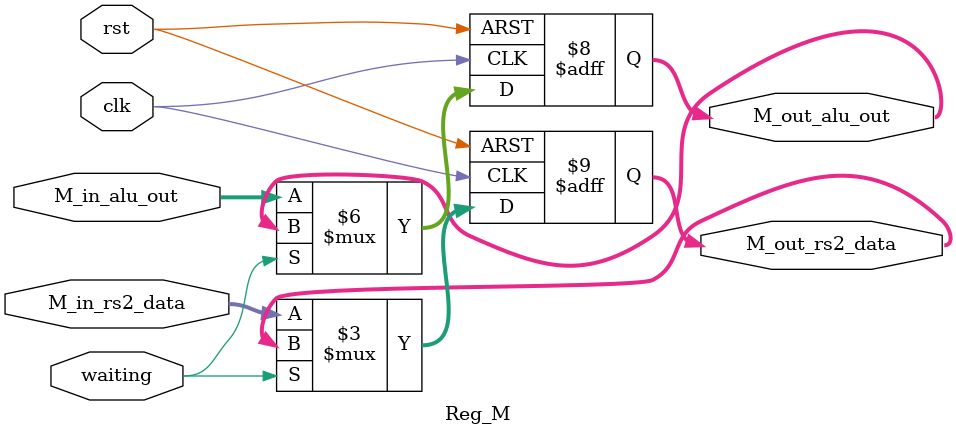
<source format=v>
module Reg_M(input wire clk,
             input wire rst,
             input wire waiting,
             input wire [31:0] M_in_alu_out,
             input wire [31:0] M_in_rs2_data,
             output reg [31:0] M_out_alu_out,
             output reg [31:0] M_out_rs2_data);
    
    always@(posedge clk or posedge rst)
    begin
        if (rst)
        begin
            M_out_alu_out  <= 32'd0;
            M_out_rs2_data <= 32'd0;
        end
        else begin
            if (waiting) 
            begin
                M_out_alu_out  <= M_out_alu_out;
                M_out_rs2_data <= M_out_rs2_data;
            end
            else 
            begin
                M_out_alu_out  <= M_in_alu_out;
                M_out_rs2_data <= M_in_rs2_data;
            end
        end
    end
endmodule

</source>
